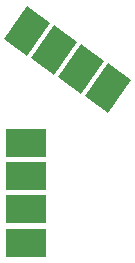
<source format=gbr>
G04 #@! TF.GenerationSoftware,KiCad,Pcbnew,(5.0.0)*
G04 #@! TF.CreationDate,2019-11-03T02:20:18+01:00*
G04 #@! TF.ProjectId,baum2,6261756D322E6B696361645F70636200,rev?*
G04 #@! TF.SameCoordinates,Original*
G04 #@! TF.FileFunction,Soldermask,Top*
G04 #@! TF.FilePolarity,Negative*
%FSLAX46Y46*%
G04 Gerber Fmt 4.6, Leading zero omitted, Abs format (unit mm)*
G04 Created by KiCad (PCBNEW (5.0.0)) date 11/03/19 02:20:18*
%MOMM*%
%LPD*%
G01*
G04 APERTURE LIST*
%ADD10R,3.400000X2.400000*%
%ADD11C,2.400000*%
%ADD12C,0.100000*%
G04 APERTURE END LIST*
D10*
G04 #@! TO.C,J1*
X51435000Y-40250000D03*
X51435000Y-43050000D03*
X51435000Y-45850000D03*
X51435000Y-48650000D03*
G04 #@! TD*
D11*
G04 #@! TO.C,J2*
X51539122Y-30741958D03*
D12*
G36*
X49581060Y-31446225D02*
X51531219Y-28661108D01*
X53497184Y-30037691D01*
X51547025Y-32822808D01*
X49581060Y-31446225D01*
X49581060Y-31446225D01*
G37*
D11*
X53832748Y-32347972D03*
D12*
G36*
X51874686Y-33052239D02*
X53824845Y-30267122D01*
X55790810Y-31643705D01*
X53840651Y-34428822D01*
X51874686Y-33052239D01*
X51874686Y-33052239D01*
G37*
D11*
X56126374Y-33953986D03*
D12*
G36*
X54168312Y-34658253D02*
X56118471Y-31873136D01*
X58084436Y-33249719D01*
X56134277Y-36034836D01*
X54168312Y-34658253D01*
X54168312Y-34658253D01*
G37*
D11*
X58420000Y-35560000D03*
D12*
G36*
X56461938Y-36264267D02*
X58412097Y-33479150D01*
X60378062Y-34855733D01*
X58427903Y-37640850D01*
X56461938Y-36264267D01*
X56461938Y-36264267D01*
G37*
G04 #@! TD*
M02*

</source>
